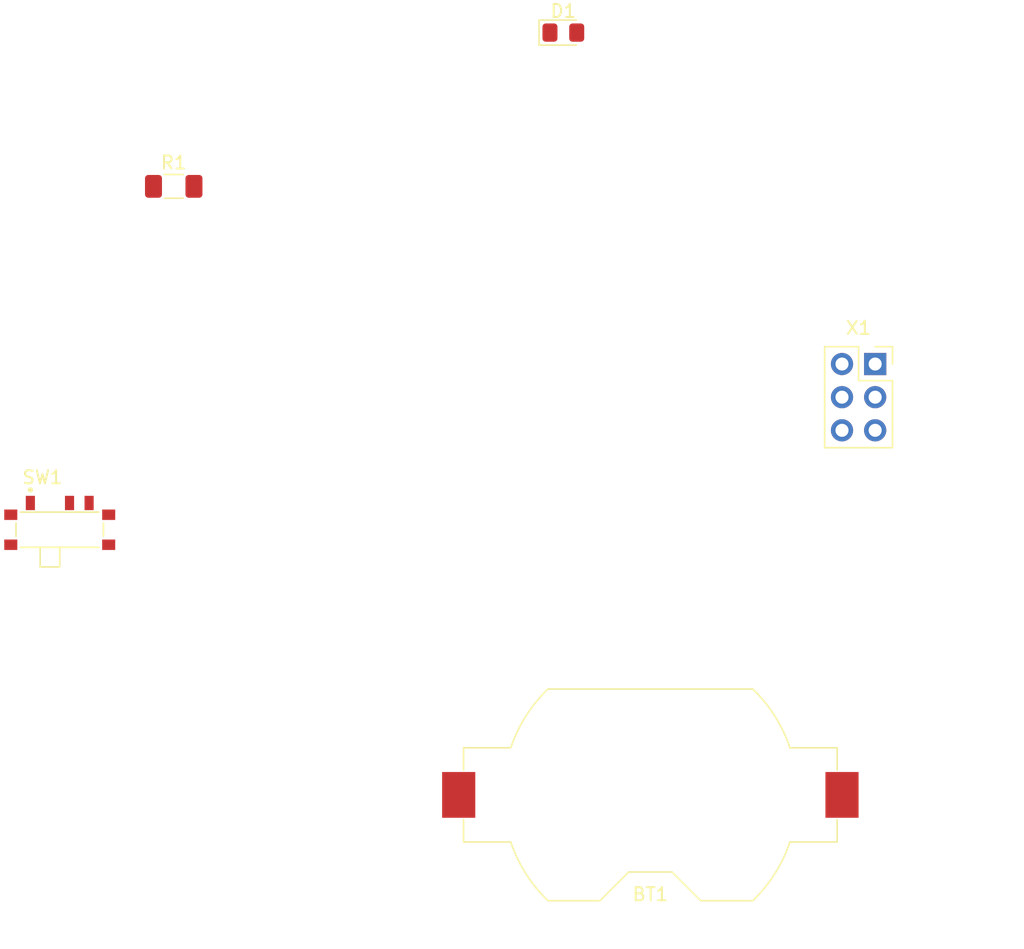
<source format=kicad_pcb>
(kicad_pcb (version 20221018) (generator pcbnew)
  (layers (0 "F.Cu" signal) (31 "B.Cu" signal) (34 "B.Paste" user) (35 "F.Paste" user) (36 "B.SilkS" user "B.Silkscreen") (37 "F.SilkS" user "F.Silkscreen") (38 "B.Mask" user) (39 "F.Mask" user) (44 "Edge.Cuts" user))
  (net 0 "")
  (net 1 "GND")
  (net 2 "Net-(D1-A)")
  (net 3 "Net-(BT1-+)")
  (net 4 "Net-(R1-Pad1)")
  (net 5 "Net-(SW1-GND-PadG1)")
  (net 6 "Net-(X1-VCC)")
  (footprint "LED_SMD:LED_0805_2012Metric_Pad1.15x1.40mm_HandSolder" (layer "F.Cu") (at 115.815 60.96)
    (fp_text reference "D1" (at 0 -1.65) (layer "F.SilkS"))
    (fp_text value "LED")
    (fp_line (start -1.86 -0.96) (end -1.86 0.96) (stroke (width 0.12)) (layer "F.SilkS"))
    (fp_line (start -1.86 0.96) (end 1 0.96) (stroke (width 0.12)) (layer "F.SilkS"))
    (fp_line (start 1 -0.96) (end -1.86 -0.96) (stroke (width 0.12)) (layer "F.SilkS"))
    (pad "1" smd roundrect (at -1.025 0) (size 1.15 1.4) (layers "F.Cu" "F.Paste" "F.Mask") (roundrect_rratio 0.217391) (net 1 "GND"))
    (pad "2" smd roundrect (at 1.025 0) (size 1.15 1.4) (layers "F.Cu" "F.Paste" "F.Mask") (roundrect_rratio 0.217391) (net 2 "Net-(D1-A)"))
  )
  (footprint "Battery:BatteryHolder_Keystone_1058_1x2032" (layer "F.Cu") (at 122.48 119.38)
    (fp_text reference "BT1" (at 0 7.62) (layer "F.SilkS"))
    (fp_text value "Battery_Cell")
    (fp_line (start -14.31 -3.61) (end -10.692 -3.61) (stroke (width 0.12)) (layer "F.SilkS"))
    (fp_line (start -14.31 -1.9) (end -14.31 -3.61) (stroke (width 0.12)) (layer "F.SilkS"))
    (fp_line (start -14.31 1.9) (end -14.31 3.61) (stroke (width 0.12)) (layer "F.SilkS"))
    (fp_line (start -10.692 3.61) (end -14.31 3.61) (stroke (width 0.12)) (layer "F.SilkS"))
    (fp_line (start -7.8473 -8.11) (end 7.8473 -8.11) (stroke (width 0.12)) (layer "F.SilkS"))
    (fp_line (start -3.86 8.11) (end -7.8473 8.11) (stroke (width 0.12)) (layer "F.SilkS"))
    (fp_line (start -1.66 5.91) (end -3.86 8.11) (stroke (width 0.12)) (layer "F.SilkS"))
    (fp_line (start 1.66 5.91) (end -1.66 5.91) (stroke (width 0.12)) (layer "F.SilkS"))
    (fp_line (start 1.66 5.91) (end 3.86 8.11) (stroke (width 0.12)) (layer "F.SilkS"))
    (fp_line (start 7.8473 8.11) (end 3.86 8.11) (stroke (width 0.12)) (layer "F.SilkS"))
    (fp_line (start 10.692 -3.61) (end 14.31 -3.61) (stroke (width 0.12)) (layer "F.SilkS"))
    (fp_line (start 14.31 -1.9) (end 14.31 -3.61) (stroke (width 0.12)) (layer "F.SilkS"))
    (fp_line (start 14.31 1.9) (end 14.31 3.61) (stroke (width 0.12)) (layer "F.SilkS"))
    (fp_line (start 14.31 3.61) (end 10.692 3.61) (stroke (width 0.12)) (layer "F.SilkS"))
    (fp_arc (start -10.692 -3.61) (mid -9.538084 -6.031244) (end -7.845371 -8.111789) (stroke (width 0.12)) (layer "F.SilkS"))
    (fp_arc (start -7.845371 8.111789) (mid -9.538085 6.031244) (end -10.692 3.61) (stroke (width 0.12)) (layer "F.SilkS"))
    (fp_arc (start 7.845371 -8.111789) (mid 9.538085 -6.031244) (end 10.692 -3.61) (stroke (width 0.12)) (layer "F.SilkS"))
    (fp_arc (start 10.692 3.61) (mid 9.538084 6.031244) (end 7.845371 8.111789) (stroke (width 0.12)) (layer "F.SilkS"))
    (pad "1" smd rect (at -14.68 0) (size 2.54 3.51) (layers "F.Cu" "F.Paste" "F.Mask") (net 3 "Net-(BT1-+)"))
    (pad "2" smd rect (at 14.68 0) (size 2.54 3.51) (layers "F.Cu" "F.Paste" "F.Mask") (net 1 "GND"))
  )
  (footprint "MLL1200S:SW_MLL1200S" (layer "F.Cu") (at 77.24 99.06)
    (fp_text reference "SW1" (at -1.325285 -4.012905) (layer "F.SilkS") (effects (font (size 1.000228 1.000228))))
    (fp_text value "MLL1200S")
    (fp_line (start -3.35 -0.5) (end -3.35 0.5) (stroke (width 0.127)) (layer "F.SilkS"))
    (fp_line (start -3 -1.35) (end 3 -1.35) (stroke (width 0.127)) (layer "F.SilkS"))
    (fp_line (start -3 1.35) (end 3 1.35) (stroke (width 0.127)) (layer "F.SilkS"))
    (fp_line (start -1.5 1.35) (end -1.5 2.85) (stroke (width 0.127)) (layer "F.SilkS"))
    (fp_line (start -1.5 2.85) (end 0 2.85) (stroke (width 0.127)) (layer "F.SilkS"))
    (fp_line (start 0 2.85) (end 0 1.35) (stroke (width 0.127)) (layer "F.SilkS"))
    (fp_line (start 3.35 -0.5) (end 3.35 0.5) (stroke (width 0.127)) (layer "F.SilkS"))
    (fp_circle (center -2.25 -3.05) (end -2.15 -3.05) (stroke (width 0.2)) (fill none) (layer "F.SilkS"))
    (pad "" np_thru_hole circle (at -1.5 0) (size 0.9 0.9) (drill 0.9) (layers "*.Cu" "*.Mask"))
    (pad "" np_thru_hole circle (at 1.5 0) (size 0.9 0.9) (drill 0.9) (layers "*.Cu" "*.Mask"))
    (pad "1" smd rect (at -2.25 -2.05 90) (size 1.1 0.7) (layers "F.Cu" "F.Paste" "F.Mask") (net 3 "Net-(BT1-+)"))
    (pad "2" smd rect (at 0.75 -2.05 90) (size 1.1 0.7) (layers "F.Cu" "F.Paste" "F.Mask") (net 4 "Net-(R1-Pad1)"))
    (pad "3" smd rect (at 2.25 -2.05 90) (size 1.1 0.7) (layers "F.Cu" "F.Paste" "F.Mask") (net 6 "Net-(X1-VCC)"))
    (pad "G1" smd rect (at -3.75 -1.15 180) (size 1 0.8) (layers "F.Cu" "F.Paste" "F.Mask") (net 5 "Net-(SW1-GND-PadG1)"))
    (pad "G2" smd rect (at 3.75 -1.15 180) (size 1 0.8) (layers "F.Cu" "F.Paste" "F.Mask") (net 5 "Net-(SW1-GND-PadG1)"))
    (pad "G3" smd rect (at -3.75 1.15 180) (size 1 0.8) (layers "F.Cu" "F.Paste" "F.Mask") (net 5 "Net-(SW1-GND-PadG1)"))
    (pad "G4" smd rect (at 3.75 1.15 180) (size 1 0.8) (layers "F.Cu" "F.Paste" "F.Mask") (net 5 "Net-(SW1-GND-PadG1)"))
  )
  (footprint "Connector_PinSocket_2.54mm:PinSocket_2x03_P2.54mm_Vertical" (layer "F.Cu") (at 139.7 86.36)
    (fp_text reference "X1" (at -1.27 -2.77) (layer "F.SilkS"))
    (fp_text value "Badgelife_sao_connector_v169bis")
    (fp_line (start -3.87 -1.33) (end -3.87 6.41) (stroke (width 0.12)) (layer "F.SilkS"))
    (fp_line (start -3.87 -1.33) (end -1.27 -1.33) (stroke (width 0.12)) (layer "F.SilkS"))
    (fp_line (start -3.87 6.41) (end 1.33 6.41) (stroke (width 0.12)) (layer "F.SilkS"))
    (fp_line (start -1.27 -1.33) (end -1.27 1.27) (stroke (width 0.12)) (layer "F.SilkS"))
    (fp_line (start -1.27 1.27) (end 1.33 1.27) (stroke (width 0.12)) (layer "F.SilkS"))
    (fp_line (start 0 -1.33) (end 1.33 -1.33) (stroke (width 0.12)) (layer "F.SilkS"))
    (fp_line (start 1.33 -1.33) (end 1.33 0) (stroke (width 0.12)) (layer "F.SilkS"))
    (fp_line (start 1.33 1.27) (end 1.33 6.41) (stroke (width 0.12)) (layer "F.SilkS"))
    (pad "1" thru_hole rect (at 0 0) (size 1.7 1.7) (drill 1) (layers "*.Cu" "*.Mask") (net 6 "Net-(X1-VCC)"))
    (pad "2" thru_hole oval (at -2.54 0) (size 1.7 1.7) (drill 1) (layers "*.Cu" "*.Mask") (net 1 "GND"))
    (pad "3" thru_hole oval (at 0 2.54) (size 1.7 1.7) (drill 1) (layers "*.Cu" "*.Mask"))
    (pad "4" thru_hole oval (at -2.54 2.54) (size 1.7 1.7) (drill 1) (layers "*.Cu" "*.Mask"))
    (pad "5" thru_hole oval (at 0 5.08) (size 1.7 1.7) (drill 1) (layers "*.Cu" "*.Mask"))
    (pad "6" thru_hole oval (at -2.54 5.08) (size 1.7 1.7) (drill 1) (layers "*.Cu" "*.Mask"))
  )
  (footprint "Resistor_SMD:R_1206_3216Metric_Pad1.30x1.75mm_HandSolder" (layer "F.Cu") (at 85.971359 72.743986)
    (fp_text reference "R1" (at 0 -1.82) (layer "F.SilkS"))
    (fp_text value "R")
    (fp_line (start -0.727064 -0.91) (end 0.727064 -0.91) (stroke (width 0.12)) (layer "F.SilkS"))
    (fp_line (start -0.727064 0.91) (end 0.727064 0.91) (stroke (width 0.12)) (layer "F.SilkS"))
    (pad "1" smd roundrect (at -1.55 0) (size 1.3 1.75) (layers "F.Cu" "F.Paste" "F.Mask") (roundrect_rratio 0.192308) (net 4 "Net-(R1-Pad1)"))
    (pad "2" smd roundrect (at 1.55 0) (size 1.3 1.75) (layers "F.Cu" "F.Paste" "F.Mask") (roundrect_rratio 0.192308) (net 2 "Net-(D1-A)"))
  )
)
</source>
